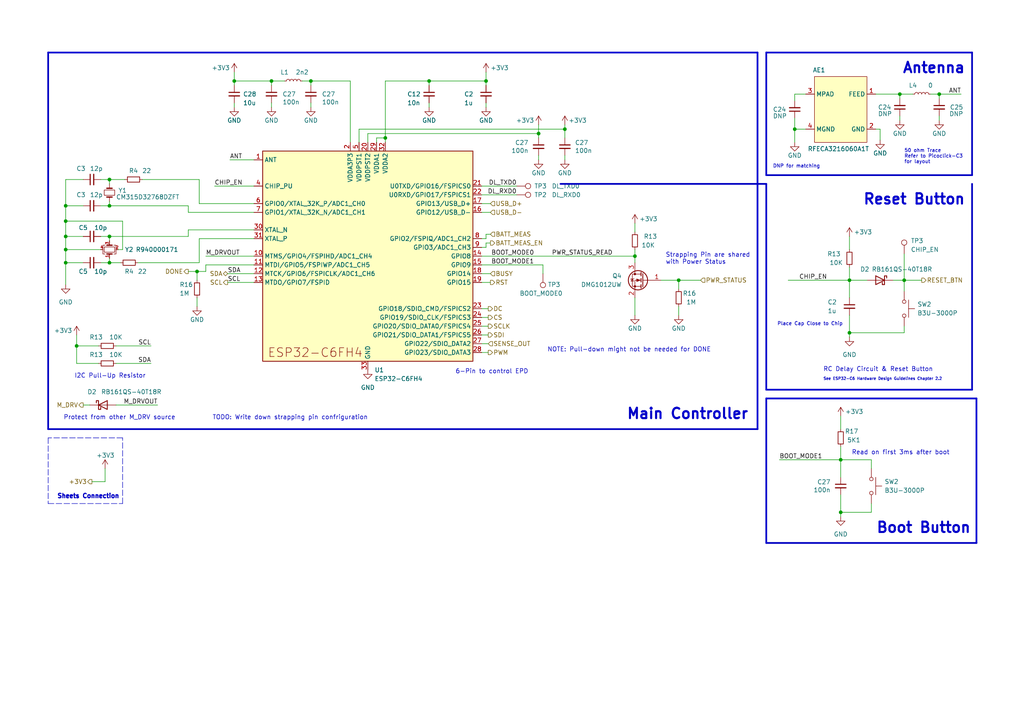
<source format=kicad_sch>
(kicad_sch (version 20230121) (generator eeschema)
  (paper "A4")
  (junction (at 19.05 76.2))
  (junction (at 140.97 23.495))
  (junction (at 90.17 23.495))
  (junction (at 19.05 72.39))
  (junction (at 272.415 27.305))
  (junction (at 262.255 81.28))
  (junction (at 31.75 68.58))
  (junction (at 196.85 81.28))
  (junction (at 19.05 68.58))
  (junction (at 243.84 148.59))
  (junction (at 184.15 74.295))
  (junction (at 22.225 100.33))
  (junction (at 31.75 76.2))
  (junction (at 19.05 64.135))
  (junction (at 111.76 40.005))
  (junction (at 57.15 78.74))
  (junction (at 124.46 23.495))
  (junction (at 163.83 37.465))
  (junction (at 246.38 81.28))
  (junction (at 31.75 52.07))
  (junction (at 156.21 38.735))
  (junction (at 230.505 37.465))
  (junction (at 246.38 96.52))
  (junction (at 243.84 133.35))
  (junction (at 19.05 59.69))
  (junction (at 31.75 59.69))
  (junction (at 78.74 23.495))
  (junction (at 260.985 27.305))
  (junction (at 67.945 23.495))
  (wire (pts (xy 24.13 117.475) (xy 26.035 117.475)))
  (wire (pts (xy 140.97 71.755) (xy 139.7 71.755)))
  (wire (pts (xy 243.84 133.35) (xy 243.84 138.43)))
  (wire (pts (xy 28.575 105.41) (xy 22.225 105.41)))
  (wire (pts (xy 31.75 68.58) (xy 31.75 69.85)))
  (polyline (pts (xy 222.25 53.34) (xy 162.56 53.34)) (stroke (width 0.5)))
  (wire (pts (xy 140.97 70.485) (xy 140.97 71.755)))
  (wire (pts (xy 66.675 46.355) (xy 73.66 46.355)))
  (wire (pts (xy 111.76 40.005) (xy 111.76 41.275)))
  (wire (pts (xy 73.66 69.215) (xy 57.785 69.215)))
  (wire (pts (xy 184.15 86.36) (xy 184.15 91.44)))
  (polyline (pts (xy 281.94 113.03) (xy 222.25 113.03)) (stroke (width 0.5)))
  (wire (pts (xy 140.97 69.215) (xy 139.7 69.215)))
  (wire (pts (xy 30.48 139.7) (xy 26.67 139.7)))
  (wire (pts (xy 139.7 79.375) (xy 142.24 79.375)))
  (polyline (pts (xy 283.21 157.48) (xy 222.25 157.48)) (stroke (width 0.5)))
  (polyline (pts (xy 219.71 124.46) (xy 219.71 15.24)) (stroke (width 0.5)))
  (wire (pts (xy 156.21 36.195) (xy 156.21 38.735)))
  (wire (pts (xy 272.415 33.655) (xy 272.415 34.925)))
  (wire (pts (xy 59.69 76.835) (xy 73.66 76.835)))
  (wire (pts (xy 252.73 148.59) (xy 243.84 148.59)))
  (wire (pts (xy 66.04 81.915) (xy 73.66 81.915)))
  (wire (pts (xy 78.74 29.845) (xy 78.74 31.115)))
  (wire (pts (xy 140.97 70.485) (xy 142.24 70.485)))
  (wire (pts (xy 106.68 41.275) (xy 106.68 38.735)))
  (wire (pts (xy 260.985 27.305) (xy 264.795 27.305)))
  (wire (pts (xy 90.17 23.495) (xy 90.17 24.765)))
  (wire (pts (xy 31.75 68.58) (xy 54.61 68.58)))
  (wire (pts (xy 269.875 27.305) (xy 272.415 27.305)))
  (wire (pts (xy 19.05 59.69) (xy 19.05 64.135)))
  (wire (pts (xy 140.97 23.495) (xy 140.97 24.765)))
  (wire (pts (xy 139.7 76.835) (xy 157.48 76.835)))
  (wire (pts (xy 196.85 81.28) (xy 191.77 81.28)))
  (wire (pts (xy 139.7 89.535) (xy 141.605 89.535)))
  (wire (pts (xy 260.985 28.575) (xy 260.985 27.305)))
  (wire (pts (xy 246.38 81.28) (xy 251.46 81.28)))
  (polyline (pts (xy 13.97 127) (xy 13.97 146.05)) (stroke (width 0) (type dash)))
  (polyline (pts (xy 281.94 15.24) (xy 281.94 50.8)) (stroke (width 0.5)))
  (wire (pts (xy 66.04 79.375) (xy 73.66 79.375)))
  (wire (pts (xy 67.945 20.955) (xy 67.945 23.495)))
  (wire (pts (xy 35.56 64.135) (xy 19.05 64.135)))
  (polyline (pts (xy 222.25 53.34) (xy 222.25 113.03)) (stroke (width 0.5)))
  (wire (pts (xy 230.505 27.305) (xy 230.505 29.21)))
  (polyline (pts (xy 222.25 115.57) (xy 283.21 115.57)) (stroke (width 0.5)))
  (wire (pts (xy 19.05 72.39) (xy 29.21 72.39)))
  (wire (pts (xy 139.7 81.915) (xy 142.24 81.915)))
  (wire (pts (xy 67.945 23.495) (xy 78.74 23.495)))
  (polyline (pts (xy 222.25 15.24) (xy 281.94 15.24)) (stroke (width 0.5)))
  (wire (pts (xy 230.505 37.465) (xy 230.505 41.275)))
  (wire (pts (xy 19.05 52.07) (xy 24.13 52.07)))
  (wire (pts (xy 33.655 105.41) (xy 43.815 105.41)))
  (wire (pts (xy 109.22 41.275) (xy 109.22 40.005)))
  (wire (pts (xy 139.7 102.235) (xy 141.605 102.235)))
  (wire (pts (xy 272.415 27.305) (xy 278.765 27.305)))
  (wire (pts (xy 57.15 78.74) (xy 57.15 81.28)))
  (wire (pts (xy 31.75 58.42) (xy 31.75 59.69)))
  (wire (pts (xy 67.945 23.495) (xy 67.945 24.765)))
  (wire (pts (xy 19.05 68.58) (xy 24.13 68.58)))
  (wire (pts (xy 139.7 94.615) (xy 141.605 94.615)))
  (wire (pts (xy 54.61 78.74) (xy 57.15 78.74)))
  (wire (pts (xy 59.69 74.295) (xy 73.66 74.295)))
  (wire (pts (xy 54.61 61.595) (xy 54.61 59.69)))
  (wire (pts (xy 90.17 29.845) (xy 90.17 31.115)))
  (wire (pts (xy 246.38 96.52) (xy 262.255 96.52)))
  (wire (pts (xy 57.15 78.74) (xy 59.69 78.74)))
  (wire (pts (xy 196.85 81.28) (xy 203.2 81.28)))
  (wire (pts (xy 31.75 76.2) (xy 29.21 76.2)))
  (wire (pts (xy 262.255 73.66) (xy 262.255 81.28)))
  (wire (pts (xy 22.225 100.33) (xy 22.225 97.155)))
  (polyline (pts (xy 281.94 50.8) (xy 222.25 50.8)) (stroke (width 0.5)))
  (wire (pts (xy 254 37.465) (xy 255.27 37.465)))
  (wire (pts (xy 246.38 81.28) (xy 246.38 86.36)))
  (wire (pts (xy 111.76 23.495) (xy 111.76 40.005)))
  (wire (pts (xy 62.23 53.975) (xy 73.66 53.975)))
  (wire (pts (xy 246.38 96.52) (xy 246.38 97.79)))
  (wire (pts (xy 34.29 72.39) (xy 35.56 72.39)))
  (wire (pts (xy 196.85 81.28) (xy 196.85 83.82)))
  (wire (pts (xy 73.66 59.055) (xy 57.785 59.055)))
  (wire (pts (xy 104.14 37.465) (xy 163.83 37.465)))
  (wire (pts (xy 139.7 61.595) (xy 142.24 61.595)))
  (wire (pts (xy 31.75 59.69) (xy 29.21 59.69)))
  (polyline (pts (xy 13.97 15.24) (xy 13.97 124.46)) (stroke (width 0.5)))
  (wire (pts (xy 106.68 38.735) (xy 156.21 38.735)))
  (wire (pts (xy 246.38 81.28) (xy 246.38 77.47)))
  (wire (pts (xy 101.6 23.495) (xy 90.17 23.495)))
  (wire (pts (xy 156.21 45.085) (xy 156.21 46.355)))
  (wire (pts (xy 124.46 23.495) (xy 124.46 24.765)))
  (wire (pts (xy 260.985 33.655) (xy 260.985 34.925)))
  (polyline (pts (xy 35.56 146.05) (xy 35.56 127)) (stroke (width 0) (type dash)))
  (wire (pts (xy 243.84 143.51) (xy 243.84 148.59)))
  (wire (pts (xy 163.83 45.085) (xy 163.83 46.355)))
  (wire (pts (xy 73.66 61.595) (xy 54.61 61.595)))
  (wire (pts (xy 31.75 52.07) (xy 31.75 53.34)))
  (wire (pts (xy 78.74 23.495) (xy 82.55 23.495)))
  (wire (pts (xy 139.7 56.515) (xy 149.86 56.515)))
  (wire (pts (xy 19.05 68.58) (xy 19.05 72.39)))
  (wire (pts (xy 19.05 59.69) (xy 24.13 59.69)))
  (wire (pts (xy 31.75 52.07) (xy 36.195 52.07)))
  (polyline (pts (xy 283.21 115.57) (xy 283.21 157.48)) (stroke (width 0.5)))
  (polyline (pts (xy 222.25 115.57) (xy 222.25 157.48)) (stroke (width 0.5)))
  (wire (pts (xy 30.48 135.89) (xy 30.48 139.7)))
  (wire (pts (xy 163.83 37.465) (xy 163.83 40.005)))
  (wire (pts (xy 140.97 20.955) (xy 140.97 23.495)))
  (wire (pts (xy 67.945 29.845) (xy 67.945 31.115)))
  (wire (pts (xy 272.415 27.305) (xy 272.415 28.575)))
  (wire (pts (xy 262.255 94.615) (xy 262.255 96.52)))
  (wire (pts (xy 40.005 76.2) (xy 57.785 76.2)))
  (wire (pts (xy 111.76 23.495) (xy 124.46 23.495)))
  (wire (pts (xy 104.14 41.275) (xy 104.14 37.465)))
  (wire (pts (xy 33.655 100.33) (xy 43.815 100.33)))
  (wire (pts (xy 246.38 68.58) (xy 246.38 72.39)))
  (wire (pts (xy 230.505 37.465) (xy 230.505 34.29)))
  (polyline (pts (xy 222.25 15.24) (xy 222.25 50.8)) (stroke (width 0.5)))
  (wire (pts (xy 228.6 81.28) (xy 246.38 81.28)))
  (wire (pts (xy 33.655 117.475) (xy 45.72 117.475)))
  (wire (pts (xy 184.15 74.295) (xy 184.15 76.2)))
  (wire (pts (xy 233.68 27.305) (xy 230.505 27.305)))
  (wire (pts (xy 139.7 97.155) (xy 141.605 97.155)))
  (wire (pts (xy 57.15 86.36) (xy 57.15 88.9)))
  (wire (pts (xy 140.97 67.945) (xy 142.24 67.945)))
  (wire (pts (xy 184.15 72.39) (xy 184.15 74.295)))
  (wire (pts (xy 31.75 68.58) (xy 29.21 68.58)))
  (wire (pts (xy 226.06 133.35) (xy 243.84 133.35)))
  (wire (pts (xy 243.84 133.35) (xy 243.84 129.54)))
  (wire (pts (xy 87.63 23.495) (xy 90.17 23.495)))
  (wire (pts (xy 156.21 38.735) (xy 156.21 40.005)))
  (wire (pts (xy 78.74 24.765) (xy 78.74 23.495)))
  (wire (pts (xy 139.7 92.075) (xy 141.605 92.075)))
  (polyline (pts (xy 13.97 124.46) (xy 219.71 124.46)) (stroke (width 0.5)))
  (wire (pts (xy 59.69 78.74) (xy 59.69 76.835)))
  (wire (pts (xy 57.785 69.215) (xy 57.785 76.2)))
  (wire (pts (xy 31.75 59.69) (xy 54.61 59.69)))
  (wire (pts (xy 139.7 99.695) (xy 141.605 99.695)))
  (wire (pts (xy 19.05 52.07) (xy 19.05 59.69)))
  (wire (pts (xy 262.255 81.28) (xy 267.335 81.28)))
  (wire (pts (xy 19.05 72.39) (xy 19.05 76.2)))
  (wire (pts (xy 73.66 66.675) (xy 54.61 66.675)))
  (polyline (pts (xy 281.94 53.34) (xy 281.94 113.03)) (stroke (width 0.5)))
  (wire (pts (xy 140.97 29.845) (xy 140.97 31.115)))
  (wire (pts (xy 22.225 105.41) (xy 22.225 100.33)))
  (wire (pts (xy 41.275 52.07) (xy 57.785 52.07)))
  (wire (pts (xy 252.73 133.35) (xy 252.73 135.89)))
  (wire (pts (xy 109.22 40.005) (xy 111.76 40.005)))
  (wire (pts (xy 139.7 53.975) (xy 149.86 53.975)))
  (wire (pts (xy 35.56 72.39) (xy 35.56 64.135)))
  (wire (pts (xy 252.73 146.05) (xy 252.73 148.59)))
  (wire (pts (xy 260.985 27.305) (xy 254 27.305)))
  (wire (pts (xy 29.21 52.07) (xy 31.75 52.07)))
  (wire (pts (xy 31.75 76.2) (xy 34.925 76.2)))
  (wire (pts (xy 139.7 74.295) (xy 184.15 74.295)))
  (wire (pts (xy 19.05 64.135) (xy 19.05 68.58)))
  (wire (pts (xy 19.05 76.2) (xy 24.13 76.2)))
  (wire (pts (xy 243.84 133.35) (xy 252.73 133.35)))
  (wire (pts (xy 57.785 59.055) (xy 57.785 52.07)))
  (wire (pts (xy 246.38 91.44) (xy 246.38 96.52)))
  (wire (pts (xy 139.7 59.055) (xy 142.24 59.055)))
  (wire (pts (xy 259.08 81.28) (xy 262.255 81.28)))
  (wire (pts (xy 19.05 76.2) (xy 19.05 82.55)))
  (wire (pts (xy 196.85 88.9) (xy 196.85 91.44)))
  (wire (pts (xy 184.15 64.77) (xy 184.15 67.31)))
  (wire (pts (xy 140.97 23.495) (xy 124.46 23.495)))
  (wire (pts (xy 22.225 100.33) (xy 28.575 100.33)))
  (wire (pts (xy 262.255 81.28) (xy 262.255 84.455)))
  (wire (pts (xy 54.61 66.675) (xy 54.61 68.58)))
  (polyline (pts (xy 13.97 146.05) (xy 35.56 146.05)) (stroke (width 0) (type dash)))
  (polyline (pts (xy 35.56 127) (xy 13.97 127)) (stroke (width 0) (type dash)))
  (wire (pts (xy 101.6 23.495) (xy 101.6 41.275)))
  (wire (pts (xy 243.84 148.59) (xy 243.84 149.86)))
  (wire (pts (xy 140.97 67.945) (xy 140.97 69.215)))
  (wire (pts (xy 243.84 120.65) (xy 243.84 124.46)))
  (wire (pts (xy 124.46 29.845) (xy 124.46 31.115)))
  (wire (pts (xy 233.68 37.465) (xy 230.505 37.465)))
  (wire (pts (xy 157.48 76.835) (xy 157.48 79.375)))
  (polyline (pts (xy 219.71 15.24) (xy 13.97 15.24)) (stroke (width 0.5)))
  (wire (pts (xy 255.27 37.465) (xy 255.27 40.64)))
  (wire (pts (xy 31.75 74.93) (xy 31.75 76.2)))
  (wire (pts (xy 163.83 37.465) (xy 163.83 36.195)))
  (text "Place Cap Close to Chip" (at 244.475 94.615 0) (effects (font (size 1 1)) (justify right bottom)))
  (text "TODO: Write down strapping pin confriguration" (at 61.595 121.92 0) (effects (font (size 1.27 1.27)) (justify left bottom)))
  (text "Reset Button" (at 250.19 59.69 0) (effects (font (size 3 3) (thickness 0.6) bold) (justify left bottom)))
  (text "Antenna" (at 261.62 21.59 0) (effects (font (size 3 3) (thickness 0.6) bold) (justify left bottom)))
  (text "DNP for matching" (at 224.155 48.895 0) (effects (font (size 1 1)) (justify left bottom)))
  (text "Main Controller" (at 181.61 121.92 0) (effects (font (size 3 3) (thickness 0.6) bold) (justify left bottom)))
  (text "Sheets Connection" (at 16.51 144.78 0) (effects (font (size 1.27 1.27) (thickness 0.6) bold) (justify left bottom)))
  (text "NOTE: Pull-down might not be needed for DONE" (at 158.75 102.235 0) (effects (font (size 1.27 1.27)) (justify left bottom)))
  (text "50 ohm Trace\nRefer to Picoclick-C3 \nfor layout" (at 262.255 47.625 0) (effects (font (size 1 1)) (justify left bottom)))
  (text "Boot Button" (at 254 154.94 0) (effects (font (size 3 3) (thickness 0.6) bold) (justify left bottom)))
  (text "See ESP32-C6 Hardware Design Guidelines Chapter 2.2" (at 238.76 110.49 0) (effects (font (size 0.8 0.8)) (justify left bottom)))
  (text "6-Pin to control EPD" (at 132.08 108.585 0) (effects (font (size 1.27 1.27)) (justify left bottom)))
  (text "RC Delay Circuit & Reset Button" (at 238.76 107.95 0) (effects (font (size 1.27 1.27)) (justify left bottom)))
  (text "Read on first 3ms after boot" (at 247.015 132.08 0) (effects (font (size 1.27 1.27)) (justify left bottom)))
  (text "I2C Pull-Up Resistor" (at 21.59 109.855 0) (effects (font (size 1.27 1.27)) (justify left bottom)))
  (text "Strapping Pin are shared \nwith Power Status" (at 193.04 76.835 0) (effects (font (size 1.27 1.27)) (justify left bottom)))
  (text "Protect from other M_DRV source" (at 18.415 121.92 0) (effects (font (size 1.27 1.27)) (justify left bottom)))
  (label "CHIP_EN" (at 62.23 53.975 0))
  (label "ANT" (at 278.765 27.305 180))
  (label "M_DRVOUT" (at 59.69 74.295 0))
  (label "ANT" (at 66.675 46.355 0))
  (label "M_DRVOUT" (at 45.72 117.475 180))
  (label "DL_TXD0" (at 149.86 53.975 180))
  (label "BOOT_MODE1" (at 154.94 76.835 180))
  (label "SDA" (at 43.815 105.41 180))
  (label "SCL" (at 43.815 100.33 180))
  (label "DL_RXD0" (at 149.86 56.515 180))
  (label "PWR_STATUS_READ" (at 160.02 74.295 0))
  (label "BOOT_MODE1" (at 226.06 133.35 0))
  (label "SCL" (at 66.04 81.915 0))
  (label "BOOT_MODE0" (at 154.94 74.295 180))
  (label "CHIP_EN" (at 231.775 81.28 0))
  (label "SDA" (at 66.04 79.375 0))
  (hierarchical_label "SDA" (shape bidirectional) (at 66.04 79.375 180))
  (hierarchical_label "BATT_MEAS" (shape input) (at 142.24 67.945 0))
  (hierarchical_label "PWR_STATUS" (shape input) (at 203.2 81.28 0))
  (hierarchical_label "BATT_MEAS_EN" (shape output) (at 142.24 70.485 0))
  (hierarchical_label "USB_D+" (shape input) (at 142.24 59.055 0))
  (hierarchical_label "SCL" (shape output) (at 66.04 81.915 180))
  (hierarchical_label "PWM" (shape output) (at 141.605 102.235 0))
  (hierarchical_label "DC" (shape output) (at 141.605 89.535 0))
  (hierarchical_label "SCLK" (shape output) (at 141.605 94.615 0))
  (hierarchical_label "SENSE_OUT" (shape input) (at 141.605 99.695 0))
  (hierarchical_label "RST" (shape output) (at 142.24 81.915 0))
  (hierarchical_label "USB_D-" (shape input) (at 142.24 61.595 0))
  (hierarchical_label "RESET_BTN" (shape output) (at 267.335 81.28 0))
  (hierarchical_label "CS" (shape output) (at 141.605 92.075 0))
  (hierarchical_label "+3V3" (shape output) (at 26.67 139.7 180))
  (hierarchical_label "SDI" (shape output) (at 141.605 97.155 0))
  (hierarchical_label "DONE" (shape output) (at 54.61 78.74 180))
  (hierarchical_label "BUSY" (shape input) (at 142.24 79.375 0))
  (hierarchical_label "M_DRV" (shape output) (at 24.13 117.475 180))
  (symbol (lib_id "power:+3V3") (at 140.97 20.955 0) (mirror y) (unit 1)
    (property "Reference" "#PWR018" (effects hide))
    (property "Value" "+3V3" (at 142.24 19.685 0) (effects (justify right)))
    (instances (project "plantpal" (path "" (reference "#PWR018") (unit 1)) (path "" (reference "#PWR013") (unit 1))) (project "bwlr1e" (path "" (reference "#PWR0134") (unit 1))))
  )
  (symbol (lib_id "power:GND") (at 272.415 34.925 0) (unit 1)
    (property "Reference" "#PWR053" (effects hide))
    (property "Value" "GND" (at 272.415 38.735 0))
    (instances (project "plantpal" (path "" (reference "#PWR053") (unit 1)) (path "" (reference "#PWR029") (unit 1))) (project "bwlr1e" (path "" (reference "#PWR013") (unit 1))))
  )
  (symbol (lib_id "Device:C_Small") (at 260.985 31.115 180) (unit 1)
    (property "Reference" "C24" (at 254.635 31.115 0) (effects (justify right)))
    (property "Value" "DNP" (at 254.635 33.02 0) (effects (justify right)))
    (property "Footprint" "Capacitor_SMD:C_0402_1005Metric" (effects hide))
    (instances (project "plantpal" (path "" (reference "C24") (unit 1)) (path "" (reference "C15") (unit 1))) (project "bwlr1e" (path "" (reference "C8") (unit 1))))
  )
  (symbol (lib_id "Device:R_Small") (at 196.85 86.36 0) (mirror y) (unit 1)
    (property "Reference" "R16" (at 201.93 85.09 0) (effects (justify left)))
    (property "Value" "1M" (at 201.93 87.63 0) (effects (justify left)))
    (property "Footprint" "Resistor_SMD:R_0402_1005Metric" (effects hide))
    (property "Datasheet" "https://datasheet.lcsc.com/lcsc/2206010030_UNI-ROYAL-Uniroyal-Elec-0402WGF1004TCE_C26083.pdf" (effects hide))
    (property "Part Description" "Resistor 62.5mW ±1% 1MΩ" (effects hide))
    (property "Manufacturer" "UNI-ROYAL(Uniroyal Elec)" (effects hide))
    (property "Manufacturer Part Number" "0402WGF1004TCE" (effects hide))
    (property "Distributor" "LCSC" (effects hide))
    (property "Distributor Part Number" "C26083" (effects hide))
    (property "Distributor Link" "https://www.lcsc.com/product-detail/Chip-Resistor-Surface-Mount_UNI-ROYAL-Uniroyal-Elec-0402WGF1004TCE_C26083.html" (effects hide))
    (instances (project "plantpal" (path "" (reference "R16") (unit 1)) (path "" (reference "R7") (unit 1))) (project "bwlr1e" (path "" (reference "R8") (unit 1))))
  )
  (symbol (lib_id "Device:R_Small") (at 243.84 127 180) (unit 1)
    (property "Reference" "R17" (at 247.015 125.095 0))
    (property "Value" "5K1" (at 247.65 127.635 0))
    (property "Footprint" "Resistor_SMD:R_0402_1005Metric" (effects hide))
    (property "Datasheet" "https://datasheet.lcsc.com/lcsc/2206010045_UNI-ROYAL-Uniroyal-Elec-0402WGF5101TCE_C25905.pdf" (effects hide))
    (property "Part Description" "Resistor 62.5mW ±1% 5.1kΩ" (effects hide))
    (property "Manufacturer" "UNI-ROYAL(Uniroyal Elec)" (effects hide))
    (property "Manufacturer Part Number" "0402WGF5101TCE" (effects hide))
    (property "Distributor" "LCSC" (effects hide))
    (property "Distributor Part Number" "C25905" (effects hide))
    (property "Distributor Link" "https://www.lcsc.com/product-detail/Chip-Resistor-Surface-Mount_UNI-ROYAL-Uniroyal-Elec-0402WGF5101TCE_C25905.html" (effects hide))
    (instances (project "plantpal" (path "" (reference "R17") (unit 1)) (path "" (reference "R10") (unit 1)) (path "" (reference "R8") (unit 1))) (project "bwlr1e-prog" (path "" (reference "R5") (unit 1))) (project "feather_rak3172" (path "" (reference "R3") (unit 1))))
  )
  (symbol (lib_id "power:GND") (at 57.15 88.9 0) (unit 1)
    (property "Reference" "#PWR054" (effects hide))
    (property "Value" "GND" (at 57.15 92.71 0))
    (instances (project "plantpal" (path "" (reference "#PWR054") (unit 1)) (path "" (reference "#PWR015") (unit 1))) (project "bwlr1e" (path "" (reference "#PWR0112") (unit 1))))
  )
  (symbol (lib_id "Device:Crystal_GND24_Small") (at 31.75 72.39 90) (unit 1)
    (property "Reference" "Y2" (at 36.195 72.39 90) (effects (justify right)))
    (property "Value" "R940000171" (at 39.37 72.39 90) (effects (justify right)))
    (property "Footprint" "plantpal:Crystal_SMD_2016-4Pin_2.0x1.6mm" (effects hide))
    (property "Datasheet" "https://datasheet.lcsc.com/lcsc/2201121400_TROQ-R940000171_C2929402.pdf" (effects hide))
    (property "Part Description" "Crystals 40MHz 9pF ±10ppm" (effects hide))
    (property "Manufacturer" "TROQ" (effects hide))
    (property "Manufacturer Part Number" "R940000171" (effects hide))
    (property "Distributor" "LCSC" (effects hide))
    (property "Distributor Part Number" "C2929402" (effects hide))
    (property "Distributor Link" "https://www.lcsc.com/product-detail/Crystals_TROQ-R940000171_C2929402.html" (effects hide))
  )
  (symbol (lib_id "power:+3V3") (at 243.84 120.65 0) (mirror y) (unit 1)
    (property "Reference" "#PWR01" (effects hide))
    (property "Value" "+3V3" (at 245.11 119.38 0) (effects (justify right)))
    (instances (project "plantpal" (path "" (reference "#PWR01") (unit 1)) (path "" (reference "#PWR023") (unit 1))) (project "bwlr1e" (path "" (reference "#PWR0115") (unit 1))))
  )
  (symbol (lib_id "power:GND") (at 106.68 107.315 0) (unit 1)
    (property "Reference" "#PWR015" (effects hide))
    (property "Value" "GND" (at 106.68 112.395 0))
    (instances (project "plantpal" (path "" (reference "#PWR015") (unit 1)) (path "" (reference "#PWR011") (unit 1))) (project "bwlr1e" (path "" (reference "#PWR08") (unit 1))))
  )
  (symbol (lib_id "Device:R_Small") (at 38.735 52.07 270) (unit 1)
    (property "Reference" "R4" (at 38.735 49.53 90))
    (property "Value" "22" (at 42.545 49.53 90))
    (property "Footprint" "Resistor_SMD:R_0402_1005Metric" (effects hide))
    (property "Datasheet" "https://datasheet.lcsc.com/lcsc/2205311900_UNI-ROYAL-Uniroyal-Elec-0402WGF220JTCE_C25092.pdf" (effects hide))
    (property "Part Description" "Resistor 62.5mW ±1% 22Ω" (effects hide))
    (property "Manufacturer" "UNI-ROYAL(Uniroyal Elec)" (effects hide))
    (property "Manufacturer Part Number" "0402WGF220JTCE" (effects hide))
    (property "Distributor" "LCSC" (effects hide))
    (property "Distributor Part Number" "C25092" (effects hide))
    (property "Distributor Link" "https://www.lcsc.com/product-detail/Chip-span-style-background-color-ff0-Resistor-span-Surface-Mount_UNI-ROYAL-Uniroyal-Elec-0402WGF220JTCE_C25092.html" (effects hide))
    (instances (project "plantpal" (path "" (reference "R4") (unit 1)) (path "" (reference "R2") (unit 1))))
  )
  (symbol (lib_id "Device:R_Small") (at 184.15 69.85 0) (unit 1)
    (property "Reference" "R13" (at 186.69 68.58 0) (effects (justify left)))
    (property "Value" "10K" (at 186.055 71.12 0) (effects (justify left)))
    (property "Footprint" "Resistor_SMD:R_0402_1005Metric" (effects hide))
    (property "Datasheet" "https://datasheet.lcsc.com/lcsc/2206010100_UNI-ROYAL-Uniroyal-Elec-0402WGF1002TCE_C25744.pdf" (effects hide))
    (property "Part Description" "Resistors 62.5mW ±1% 10kΩ" (effects hide))
    (property "Manufacturer" "UNI-ROYAL(Uniroyal Elec)" (effects hide))
    (property "Manufacturer Part Number" "0402WGF1002TCE" (effects hide))
    (property "Distributor" "LCSC" (effects hide))
    (property "Distributor Part Number" "C25744" (effects hide))
    (property "Distributor Link" "https://www.lcsc.com/product-detail/Chip-Resistor-Surface-Mount_UNI-ROYAL-Uniroyal-Elec-0402WGF1002TCE_C25744.html" (effects hide))
    (instances (project "plantpal" (path "" (reference "R13") (unit 1)) (path "" (reference "R15") (unit 1)) (path "" (reference "R6") (unit 1))) (project "bwlr3d" (path "" (reference "R6") (unit 1))))
  )
  (symbol (lib_id "power:+3V3") (at 163.83 36.195 0) (unit 1)
    (property "Reference" "#PWR026" (effects hide))
    (property "Value" "+3V3" (at 170.18 34.925 0) (effects (justify right)))
    (instances (project "plantpal" (path "" (reference "#PWR026") (unit 1)) (path "" (reference "#PWR018") (unit 1))) (project "bwlr1e" (path "" (reference "#PWR0134") (unit 1))))
  )
  (symbol (lib_id "Device:C_Small") (at 67.945 27.305 0) (unit 1)
    (property "Reference" "C28" (at 70.485 27.305 0) (effects (justify left)))
    (property "Value" "10u" (at 70.485 29.845 0) (effects (justify left)))
    (property "Footprint" "Capacitor_SMD:C_0603_1608Metric" (effects hide))
    (property "Datasheet" "https://datasheet.lcsc.com/lcsc/2304140030_Samsung-Electro-Mechanics-CL10A106KP8NNNC_C19702.pdf" (effects hide))
    (property "Part Description" "Ceramic Capacitor 10V 10uF X5R ±10% 0603" (effects hide))
    (property "Manufacturer" "Samsung Electro-Mechanics" (effects hide))
    (property "Manufacturer Part Number" "CL10A106KP8NNNC" (effects hide))
    (property "Distributor" "LCSC" (effects hide))
    (property "Distributor Part Number" "C19702" (effects hide))
    (property "Distributor Link" "https://www.lcsc.com/product-detail/Multilayer-Ceramic-Capacitors-MLCC-SMD-SMT_Samsung-Electro-Mechanics-CL10A106KP8NNNC_C19702.html" (effects hide))
    (instances (project "plantpal" (path "" (reference "C28") (unit 1)) (path "" (reference "C20") (unit 1)) (path "" (reference "C5") (unit 1))) (project "bwlr1e-prog" (path "" (reference "C3") (unit 1))) (project "feather_rak3172" (path "" (reference "C6") (unit 1))))
  )
  (symbol (lib_id "Device:C_Small") (at 246.38 88.9 0) (unit 1)
    (property "Reference" "C2" (at 240.03 87.63 0) (effects (justify left)))
    (property "Value" "1u" (at 240.03 90.17 0) (effects (justify left)))
    (property "Footprint" "Capacitor_SMD:C_0402_1005Metric" (effects hide))
    (property "Datasheet" "https://datasheet.lcsc.com/lcsc/2005261833_Murata-Electronics-GRM155Z71A105KE01D_C528974.pdf" (effects hide))
    (property "Part Description" "Ceramic Capacitors 10V 1uF X7R ±10%" (effects hide))
    (property "Manufacturer" "Murata Electronics" (effects hide))
    (property "Manufacturer Part Number" "GRM155Z71A105KE01D" (effects hide))
    (property "Distributor" "LCSC" (effects hide))
    (property "Distributor Part Number" "C528974" (effects hide))
    (property "Distributor Link" "https://www.lcsc.com/product-detail/Multilayer-Ceramic-Capacitors-MLCC-SMD-SMT_Murata-Electronics-GRM155Z71A105KE01D_C528974.html" (effects hide))
    (instances (project "plantpal" (path "" (reference "C2") (unit 1)) (path "" (reference "C14") (unit 1))))
  )
  (symbol (lib_id "power:GND") (at 255.27 40.64 0) (unit 1)
    (property "Reference" "#PWR052" (effects hide))
    (property "Value" "GND" (at 255.27 44.45 0))
    (instances (project "plantpal" (path "" (reference "#PWR052") (unit 1)) (path "" (reference "#PWR025") (unit 1))) (project "bwlr1e" (path "" (reference "#PWR013") (unit 1))))
  )
  (symbol (lib_id "plantpal:RFECA3216060A1T") (at 243.84 29.845 0) (mirror y) (unit 1)
    (property "Reference" "AE1" (at 239.395 20.32 0) (effects (justify left)))
    (property "Value" "RFECA3216060A1T" (at 252.095 43.18 0) (effects (justify left)))
    (property "Footprint" "plantpal:RFECA3216060A1T" (effects hide))
    (property "Datasheet" "http://www.passivecomponent.com/wp-content/uploads/2018/10/ASC_RFECA3216060A1T_V09.pdf" (effects hide))
    (property "Part Description" "Chip RF Antenna 2.4GHz  2dBi" (effects hide))
    (property "Manufacturer" "Walsin Technology Corporation" (effects hide))
    (property "Manufacturer Part Number" "RFECA3216060A1T" (effects hide))
    (property "Distributor" "Digikey" (effects hide))
    (property "Distributor Part Number" "1292-1035-1-ND" (effects hide))
    (property "Distributor Link" "https://www.digikey.com/en/products/detail/walsin-technology-corporation/RFECA3216060A1T/3877063" (effects hide))
  )
  (symbol (lib_id "power:GND") (at 196.85 91.44 0) (mirror y) (unit 1)
    (property "Reference" "#PWR035" (effects hide))
    (property "Value" "GND" (at 196.85 95.25 0))
    (instances (project "plantpal" (path "" (reference "#PWR035") (unit 1)) (path "" (reference "#PWR022") (unit 1))) (project "bwlr1e" (path "" (reference "#PWR0112") (unit 1))))
  )
  (symbol (lib_id "Device:R_Small") (at 246.38 74.93 0) (mirror y) (unit 1)
    (property "Reference" "R13" (at 243.84 73.66 0) (effects (justify left)))
    (property "Value" "10K" (at 244.475 76.2 0) (effects (justify left)))
    (property "Footprint" "Resistor_SMD:R_0402_1005Metric" (effects hide))
    (property "Datasheet" "https://datasheet.lcsc.com/lcsc/2206010100_UNI-ROYAL-Uniroyal-Elec-0402WGF1002TCE_C25744.pdf" (effects hide))
    (property "Part Description" "Resistors 62.5mW ±1% 10kΩ" (effects hide))
    (property "Manufacturer" "UNI-ROYAL(Uniroyal Elec)" (effects hide))
    (property "Manufacturer Part Number" "0402WGF1002TCE" (effects hide))
    (property "Distributor" "LCSC" (effects hide))
    (property "Distributor Part Number" "C25744" (effects hide))
    (property "Distributor Link" "https://www.lcsc.com/product-detail/Chip-Resistor-Surface-Mount_UNI-ROYAL-Uniroyal-Elec-0402WGF1002TCE_C25744.html" (effects hide))
    (instances (project "plantpal" (path "" (reference "R13") (unit 1)) (path "" (reference "R15") (unit 1)) (path "" (reference "R9") (unit 1))) (project "bwlr3d" (path "" (reference "R6") (unit 1))))
  )
  (symbol (lib_id "Device:C_Small") (at 26.67 76.2 90) (mirror x) (unit 1)
    (property "Reference" "C5" (at 24.13 78.74 90))
    (property "Value" "10p" (at 29.21 78.74 90))
    (property "Footprint" "Capacitor_SMD:C_0402_1005Metric" (effects hide))
    (property "Datasheet" "https://datasheet.lcsc.com/lcsc/1811081522_Murata-Electronics-GRM1555C1H100FA01D_C161520.pdf" (effects hide))
    (property "Part Description" "Ceramic Capacitors 50V 10pF C0G ±1%" (effects hide))
    (property "Manufacturer" "Murata Electronics" (effects hide))
    (property "Manufacturer Part Number" "GRM1555C1H100FA01D" (effects hide))
    (property "Distributor" "LCSC" (effects hide))
    (property "Distributor Part Number" "C161520" (effects hide))
    (property "Distributor Link" "https://www.lcsc.com/product-detail/Multilayer-Ceramic-Capacitors-MLCC-SMD-SMT_Murata-Electronics-GRM1555C1H100FA01D_C161520.html" (effects hide))
    (instances (project "plantpal" (path "" (reference "C5") (unit 1)) (path "" (reference "C4") (unit 1))))
  )
  (symbol (lib_id "Device:C_Small") (at 90.17 27.305 0) (unit 1)
    (property "Reference" "C27" (at 93.345 27.305 0) (effects (justify left)))
    (property "Value" "100n" (at 93.345 29.6164 0) (effects (justify left)))
    (property "Footprint" "Capacitor_SMD:C_0402_1005Metric" (effects hide))
    (property "Datasheet" "https://datasheet.lcsc.com/lcsc/2304140030_Samsung-Electro-Mechanics-CL05B104KO5NNNC_C1525.pdf" (effects hide))
    (property "Part Description" "Ceramic Capacitor 16V 100nF X7R ±10%" (effects hide))
    (property "Manufacturer" "Samsung Electro-Mechanics" (effects hide))
    (property "Manufacturer Part Number" "CL05B104KO5NNNC" (effects hide))
    (property "Distributor" "LCSC" (effects hide))
    (property "Distributor Part Number" "C1525" (effects hide))
    (property "Distributor Link" "https://www.lcsc.com/product-detail/Multilayer-Ceramic-Capacitors-MLCC-SMD-SMT_Samsung-Electro-Mechanics-CL05B104KO5NNNC_C1525.html" (effects hide))
    (instances (project "plantpal" (path "" (reference "C27") (unit 1)) (path "" (reference "C19") (unit 1)) (path "" (reference "C7") (unit 1))) (project "bwlr1e-prog" (path "" (reference "C5") (unit 1))) (project "Penguino-STM32WL-LoRa-E5" (path "" (reference "C4") (unit 1))))
  )
  (symbol (lib_id "Device:L_Small") (at 85.09 23.495 90) (unit 1)
    (property "Reference" "L1" (at 82.55 20.955 90))
    (property "Value" "2n2" (at 87.63 20.955 90))
    (property "Footprint" "Inductor_SMD:L_0402_1005Metric" (effects hide))
    (property "Datasheet" "https://datasheet.lcsc.com/lcsc/2304140030_Murata-Electronics-LQW15AN2N2G80D_C412264.pdf" (effects hide))
    (property "Part Description" "Power Inductors 2.53A 2.2nH ±2%" (effects hide))
    (property "Manufacturer" "Murata Electronics" (effects hide))
    (property "Manufacturer Part Number" "LQW15AN2N2G80D" (effects hide))
    (property "Distributor" "LCSC" (effects hide))
    (property "Distributor Part Number" "C412264" (effects hide))
    (property "Distributor Link" "https://www.lcsc.com/product-detail/Power-Inductors_Murata-Electronics-LQW15AN2N2G80D_C412264.html" (effects hide))
    (instances (project "plantpal" (path "" (reference "L1") (unit 1)) (path "" (reference "L1") (unit 1))) (project "bwlr1e" (path "" (reference "L3") (unit 1))))
  )
  (symbol (lib_id "Diode:MBR0540") (at 29.845 117.475 0) (unit 1)
    (property "Reference" "D2" (at 26.67 113.665 0))
    (property "Value" "RB161QS-40T18R" (at 38.1 113.665 0))
    (property "Footprint" "Diode_SMD:D_0402_1005Metric" (effects hide))
    (property "Datasheet" "https://datasheet.lcsc.com/lcsc/2202131930_ROHM-Semicon-RB161QS-40T18R_C2837790.pdf" (effects hide))
    (property "Part Description" "SBD 40V Single 600mV@1A 1A" (effects hide))
    (property "Manufacturer" "ROHM Semicon" (effects hide))
    (property "Manufacturer Part Number" "RB161QS-40T18R" (effects hide))
    (property "Distributor" "LCSC" (effects hide))
    (property "Distributor Part Number" "C2837790" (effects hide))
    (property "Distributor Link" "https://www.lcsc.com/product-detail/Schottky-Barrier-Diodes-SBD_ROHM-Semicon-RB161QS-40T18R_C2837790.html" (effects hide))
    (instances (project "plantpal" (path "" (reference "D2") (unit 1)) (path "" (reference "D2") (unit 1)) (path "" (reference "D7") (unit 1))) (project "feather_rak3172" (path "" (reference "D3") (unit 1))))
  )
  (symbol (lib_id "power:GND") (at 19.05 82.55 0) (unit 1)
    (property "Reference" "#PWR07" (effects hide))
    (property "Value" "GND" (at 19.05 87.63 0))
    (instances (project "plantpal" (path "" (reference "#PWR07") (unit 1)) (path "" (reference "#PWR04") (unit 1))) (project "bwlr1e" (path "" (reference "#PWR08") (unit 1))))
  )
  (symbol (lib_id "power:GND") (at 78.74 31.115 0) (unit 1)
    (property "Reference" "#PWR011" (effects hide))
    (property "Value" "GND" (at 78.74 34.925 0))
    (instances (project "plantpal" (path "" (reference "#PWR011") (unit 1)) (path "" (reference "#PWR09") (unit 1))) (project "bwlr1e" (path "" (reference "#PWR013") (unit 1))))
  )
  (symbol (lib_id "Device:Crystal_Small") (at 31.75 55.88 90) (unit 1)
    (property "Reference" "Y1" (at 34.29 55.245 90) (effects (justify right)))
    (property "Value" "CM315D32768DZFT" (at 33.655 57.15 90) (effects (justify right)))
    (property "Footprint" "plantpal:Crystal_SMD_3215-2Pin_3.2x1.5mm" (effects hide))
    (property "Datasheet" "https://datasheet.lcsc.com/lcsc/1810161213_CITIZEN-CM315D32768DZFT_C182057.pdf" (effects hide))
    (property "Part Description" "Crystals 32.768kHz 12.5pF ±20ppm" (effects hide))
    (property "Manufacturer" "CITIZEN" (effects hide))
    (property "Manufacturer Part Number" "CM315D32768DZFT" (effects hide))
    (property "Distributor" "LCSC" (effects hide))
    (property "Distributor Part Number" "C182057" (effects hide))
    (property "Distributor Link" "https://www.lcsc.com/product-detail/Crystals_CITIZEN-CM315D32768DZFT_C182057.html" (effects hide))
  )
  (symbol (lib_id "Device:C_Small") (at 78.74 27.305 0) (unit 1)
    (property "Reference" "C27" (at 81.915 27.305 0) (effects (justify left)))
    (property "Value" "100n" (at 81.915 29.6164 0) (effects (justify left)))
    (property "Footprint" "Capacitor_SMD:C_0402_1005Metric" (effects hide))
    (property "Datasheet" "https://datasheet.lcsc.com/lcsc/2304140030_Samsung-Electro-Mechanics-CL05B104KO5NNNC_C1525.pdf" (effects hide))
    (property "Part Description" "Ceramic Capacitor 16V 100nF X7R ±10%" (effects hide))
    (property "Manufacturer" "Samsung Electro-Mechanics" (effects hide))
    (property "Manufacturer Part Number" "CL05B104KO5NNNC" (effects hide))
    (property "Distributor" "LCSC" (effects hide))
    (property "Distributor Part Number" "C1525" (effects hide))
    (property "Distributor Link" "https://www.lcsc.com/product-detail/Multilayer-Ceramic-Capacitors-MLCC-SMD-SMT_Samsung-Electro-Mechanics-CL05B104KO5NNNC_C1525.html" (effects hide))
    (instances (project "plantpal" (path "" (reference "C27") (unit 1)) (path "" (reference "C19") (unit 1)) (path "" (reference "C6") (unit 1))) (project "bwlr1e-prog" (path "" (reference "C5") (unit 1))) (project "Penguino-STM32WL-LoRa-E5" (path "" (reference "C4") (unit 1))))
  )
  (symbol (lib_id "Device:C_Small") (at 243.84 140.97 0) (mirror y) (unit 1)
    (property "Reference" "C27" (at 240.919 139.8016 0) (effects (justify left)))
    (property "Value" "100n" (at 240.919 142.113 0) (effects (justify left)))
    (property "Footprint" "Capacitor_SMD:C_0402_1005Metric" (effects hide))
    (property "Datasheet" "https://datasheet.lcsc.com/lcsc/2304140030_Samsung-Electro-Mechanics-CL05B104KO5NNNC_C1525.pdf" (effects hide))
    (property "Part Description" "Ceramic Capacitor 16V 100nF X7R ±10%" (effects hide))
    (property "Manufacturer" "Samsung Electro-Mechanics" (effects hide))
    (property "Manufacturer Part Number" "CL05B104KO5NNNC" (effects hide))
    (property "Distributor" "LCSC" (effects hide))
    (property "Distributor Part Number" "C1525" (effects hide))
    (property "Distributor Link" "https://www.lcsc.com/product-detail/Multilayer-Ceramic-Capacitors-MLCC-SMD-SMT_Samsung-Electro-Mechanics-CL05B104KO5NNNC_C1525.html" (effects hide))
    (instances (project "plantpal" (path "" (reference "C27") (unit 1)) (path "" (reference "C19") (unit 1)) (path "" (reference "C13") (unit 1))) (project "bwlr1e-prog" (path "" (reference "C5") (unit 1))) (project "Penguino-STM32WL-LoRa-E5" (path "" (reference "C4") (unit 1))))
  )
  (symbol (lib_id "power:+3V3") (at 67.945 20.955 0) (unit 1)
    (property "Reference" "#PWR08" (effects hide))
    (property "Value" "+3V3" (at 66.675 19.685 0) (effects (justify right)))
    (instances (project "plantpal" (path "" (reference "#PWR08") (unit 1)) (path "" (reference "#PWR07") (unit 1))) (project "bwlr1e" (path "" (reference "#PWR0134") (unit 1))))
  )
  (symbol (lib_id "Switch:SW_Push") (at 262.255 89.535 270) (unit 1)
    (property "Reference" "SW2" (at 266.065 88.265 90) (effects (justify left)))
    (property "Value" "B3U-3000P" (at 266.065 90.805 90) (effects (justify left)))
    (property "Footprint" "plantpal:SW_SPST_B3U-3000P" (effects hide))
    (property "Datasheet" "https://datasheet.lcsc.com/lcsc/2012042009_Omron-Electronics-B3U-3000P_C963349.pdf" (effects hide))
    (property "Part Description" "Tactile Switches NO 50mA 100MΩ 12V 1.59N" (effects hide))
    (property "Manufacturer" "Omron Electronics" (effects hide))
    (property "Manufacturer Part Number" "B3U-3000P" (effects hide))
    (property "Distributor" "LCSC" (effects hide))
    (property "Distributor Part Number" "C963349" (effects hide))
    (property "Distributor Link" "https://www.lcsc.com/product-detail/Tactile-Switches_Omron-Electronics-B3U-3000P_C963349.html" (effects hide))
  )
  (symbol (lib_id "Device:R_Small") (at 31.115 105.41 90) (unit 1)
    (property "Reference" "R13" (at 29.845 102.87 90) (effects (justify left)))
    (property "Value" "10K" (at 35.56 102.87 90) (effects (justify left)))
    (property "Footprint" "Resistor_SMD:R_0402_1005Metric" (effects hide))
    (property "Datasheet" "https://datasheet.lcsc.com/lcsc/2206010100_UNI-ROYAL-Uniroyal-Elec-0402WGF1002TCE_C25744.pdf" (effects hide))
    (property "Part Description" "Resistors 62.5mW ±1% 10kΩ" (effects hide))
    (property "Manufacturer" "UNI-ROYAL(Uniroyal Elec)" (effects hide))
    (property "Manufacturer Part Number" "0402WGF1002TCE" (effects hide))
    (property "Distributor" "LCSC" (effects hide))
    (property "Distributor Part Number" "C25744" (effects hide))
    (property "Distributor Link" "https://www.lcsc.com/product-detail/Chip-Resistor-Surface-Mount_UNI-ROYAL-Uniroyal-Elec-0402WGF1002TCE_C25744.html" (effects hide))
    (instances (project "plantpal" (path "" (reference "R13") (unit 1)) (path "" (reference "R15") (unit 1)) (path "" (reference "R4") (unit 1))) (project "bwlr3d" (path "" (reference "R6") (unit 1))))
  )
  (symbol (lib_name "GND_1") (lib_id "power:GND") (at 243.84 149.86 0) (unit 1)
    (property "Reference" "#PWR02" (effects hide))
    (property "Value" "GND" (at 243.84 154.94 0))
    (instances (project "plantpal" (path "" (reference "#PWR02") (unit 1)) (path "" (reference "#PWR024") (unit 1))))
  )
  (symbol (lib_id "Device:C_Small") (at 26.67 68.58 90) (unit 1)
    (property "Reference" "C5" (at 24.13 66.04 90))
    (property "Value" "10p" (at 29.21 66.04 90))
    (property "Footprint" "Capacitor_SMD:C_0402_1005Metric" (effects hide))
    (property "Datasheet" "https://datasheet.lcsc.com/lcsc/1811081522_Murata-Electronics-GRM1555C1H100FA01D_C161520.pdf" (effects hide))
    (property "Part Description" "Ceramic Capacitors 50V 10pF C0G ±1%" (effects hide))
    (property "Manufacturer" "Murata Electronics" (effects hide))
    (property "Manufacturer Part Number" "GRM1555C1H100FA01D" (effects hide))
    (property "Distributor" "LCSC" (effects hide))
    (property "Distributor Part Number" "C161520" (effects hide))
    (property "Distributor Link" "https://www.lcsc.com/product-detail/Multilayer-Ceramic-Capacitors-MLCC-SMD-SMT_Murata-Electronics-GRM1555C1H100FA01D_C161520.html" (effects hide))
    (instances (project "plantpal" (path "" (reference "C5") (unit 1)) (path "" (reference "C3") (unit 1))))
  )
  (symbol (lib_id "Device:R_Small") (at 37.465 76.2 270) (mirror x) (unit 1)
    (property "Reference" "R4" (at 37.465 78.74 90))
    (property "Value" "22" (at 41.275 78.74 90))
    (property "Footprint" "Resistor_SMD:R_0402_1005Metric" (effects hide))
    (property "Datasheet" "https://datasheet.lcsc.com/lcsc/2205311900_UNI-ROYAL-Uniroyal-Elec-0402WGF220JTCE_C25092.pdf" (effects hide))
    (property "Part Description" "Resistor 62.5mW ±1% 22Ω" (effects hide))
    (property "Manufacturer" "UNI-ROYAL(Uniroyal Elec)" (effects hide))
    (property "Manufacturer Part Number" "0402WGF220JTCE" (effects hide))
    (property "Distributor" "LCSC" (effects hide))
    (property "Distributor Part Number" "C25092" (effects hide))
    (property "Distributor Link" "https://www.lcsc.com/product-detail/Chip-span-style-background-color-ff0-Resistor-span-Surface-Mount_UNI-ROYAL-Uniroyal-Elec-0402WGF220JTCE_C25092.html" (effects hide))
    (instances (project "plantpal" (path "" (reference "R4") (unit 1)) (path "" (reference "R1") (unit 1))))
  )
  (symbol (lib_id "power:GND") (at 124.46 31.115 0) (mirror y) (unit 1)
    (property "Reference" "#PWR017" (effects hide))
    (property "Value" "GND" (at 124.46 34.925 0))
    (instances (project "plantpal" (path "" (reference "#PWR017") (unit 1)) (path "" (reference "#PWR012") (unit 1))) (project "bwlr1e" (path "" (reference "#PWR013") (unit 1))))
  )
  (symbol (lib_id "power:GND") (at 260.985 34.925 0) (unit 1)
    (property "Reference" "#PWR052" (effects hide))
    (property "Value" "GND" (at 260.985 38.735 0))
    (instances (project "plantpal" (path "" (reference "#PWR052") (unit 1)) (path "" (reference "#PWR028") (unit 1))) (project "bwlr1e" (path "" (reference "#PWR013") (unit 1))))
  )
  (symbol (lib_id "Device:C_Small") (at 140.97 27.305 0) (unit 1)
    (property "Reference" "C2" (at 134.62 27.305 0) (effects (justify left)))
    (property "Value" "1u" (at 134.62 29.845 0) (effects (justify left)))
    (property "Footprint" "Capacitor_SMD:C_0402_1005Metric" (effects hide))
    (property "Datasheet" "https://datasheet.lcsc.com/lcsc/2005261833_Murata-Electronics-GRM155Z71A105KE01D_C528974.pdf" (effects hide))
    (property "Part Description" "Ceramic Capacitors 10V 1uF X7R ±10%" (effects hide))
    (property "Manufacturer" "Murata Electronics" (effects hide))
    (property "Manufacturer Part Number" "GRM155Z71A105KE01D" (effects hide))
    (property "Distributor" "LCSC" (effects hide))
    (property "Distributor Part Number" "C528974" (effects hide))
    (property "Distributor Link" "https://www.lcsc.com/product-detail/Multilayer-Ceramic-Capacitors-MLCC-SMD-SMT_Murata-Electronics-GRM155Z71A105KE01D_C528974.html" (effects hide))
    (instances (project "plantpal" (path "" (reference "C2") (unit 1)) (path "" (reference "C9") (unit 1))))
  )
  (symbol (lib_id "power:GND") (at 184.15 91.44 0) (mirror y) (unit 1)
    (property "Reference" "#PWR030" (effects hide))
    (property "Value" "GND" (at 184.15 95.25 0))
    (instances (project "plantpal" (path "" (reference "#PWR030") (unit 1)) (path "" (reference "#PWR021") (unit 1))) (project "bwlr1e" (path "" (reference "#PWR0113") (unit 1))))
  )
  (symbol (lib_id "Connector:TestPoint") (at 149.86 56.515 270) (unit 1)
    (property "Reference" "TP2" (at 154.94 56.515 90) (effects (justify left)))
    (property "Value" "DL_RXD0" (at 160.02 56.515 90) (effects (justify left)))
    (property "Footprint" "TestPoint:TestPoint_Pad_D1.0mm" (effects hide))
  )
  (symbol (lib_id "Device:C_Small") (at 124.46 27.305 0) (mirror y) (unit 1)
    (property "Reference" "C12" (at 118.11 27.305 0) (effects (justify right)))
    (property "Value" "10n" (at 118.11 29.845 0) (effects (justify right)))
    (property "Footprint" "Capacitor_SMD:C_0402_1005Metric" (effects hide))
    (property "Datasheet" "https://datasheet.lcsc.com/lcsc/1811141241_YAGEO-CC0402KRX7R7BB103_C327009.pdf" (effects hide))
    (property "Part Description" "Ceramic Capacitors 16V 10nF X7R ±10%" (effects hide))
    (property "Manufacturer" "YAGEO" (effects hide))
    (property "Manufacturer Part Number" "CC0402KRX7R7BB103" (effects hide))
    (property "Distributor" "LCSC" (effects hide))
    (property "Distributor Part Number" "C327009" (effects hide))
    (property "Distributor Link" "https://www.lcsc.com/product-detail/Multilayer-Ceramic-Capacitors-MLCC-SMD-SMT_YAGEO-CC0402KRX7R7BB103_C327009.html" (effects hide))
    (instances (project "plantpal" (path "" (reference "C12") (unit 1)) (path "" (reference "C8") (unit 1))) (project "bwlr1e" (path "" (reference "C8") (unit 1))))
  )
  (symbol (lib_id "Device:R_Small") (at 57.15 83.82 0) (unit 1)
    (property "Reference" "R16" (at 52.07 82.55 0) (effects (justify left)))
    (property "Value" "1M" (at 52.07 85.09 0) (effects (justify left)))
    (property "Footprint" "Resistor_SMD:R_0402_1005Metric" (effects hide))
    (property "Datasheet" "https://datasheet.lcsc.com/lcsc/2206010030_UNI-ROYAL-Uniroyal-Elec-0402WGF1004TCE_C26083.pdf" (effects hide))
    (property "Part Description" "Resistor 62.5mW ±1% 1MΩ" (effects hide))
    (property "Manufacturer" "UNI-ROYAL(Uniroyal Elec)" (effects hide))
    (property "Manufacturer Part Number" "0402WGF1004TCE" (effects hide))
    (property "Distributor" "LCSC" (effects hide))
    (property "Distributor Part Number" "C26083" (effects hide))
    (property "Distributor Link" "https://www.lcsc.com/product-detail/Chip-Resistor-Surface-Mount_UNI-ROYAL-Uniroyal-Elec-0402WGF1004TCE_C26083.html" (effects hide))
    (instances (project "plantpal" (path "" (reference "R16") (unit 1)) (path "" (reference "R5") (unit 1))) (project "bwlr1e" (path "" (reference "R8") (unit 1))))
  )
  (symbol (lib_id "power:GND") (at 67.945 31.115 0) (unit 1)
    (property "Reference" "#PWR09" (effects hide))
    (property "Value" "GND" (at 67.945 34.925 0))
    (instances (project "plantpal" (path "" (reference "#PWR09") (unit 1)) (path "" (reference "#PWR08") (unit 1))) (project "bwlr1e" (path "" (reference "#PWR013") (unit 1))))
  )
  (symbol (lib_id "Espressif:ESP32-C6FH4") (at 106.68 74.295 0) (unit 1)
    (property "Reference" "U1" (at 108.6359 107.315 0) (effects (justify left)))
    (property "Value" "ESP32-C6FH4" (at 108.6359 109.855 0) (effects (justify left)))
    (property "Footprint" "Package_DFN_QFN:QFN-32-1EP_5x5mm_P0.5mm_EP3.6x3.6mm" (effects hide))
    (property "Datasheet" "https://www.espressif.com/sites/default/files/documentation/esp32-c6_datasheet_en.pdf" (effects hide))
    (property "Part Description" "Wireless SOC Bluetooth, WiFi Bluetooth v5.0, Thread, Zigbee® 2.4" (effects hide))
    (property "Manufacturer" "Espressif Systems" (effects hide))
    (property "Manufacturer Part Number" "ESP32-C6FH4" (effects hide))
    (property "Distributor" "Digikey" (effects hide))
    (property "Distributor Part Number" "1904-ESP32-C6FH4CT-ND" (effects hide))
    (property "Distributor Link" "https://www.digikey.com/en/products/detail/espressif-systems/ESP32-C6FH4/18587545" (effects hide))
  )
  (symbol (lib_id "Device:C_Small") (at 163.83 42.545 0) (unit 1)
    (property "Reference" "C27" (at 166.751 41.3766 0) (effects (justify left)))
    (property "Value" "100n" (at 166.751 43.688 0) (effects (justify left)))
    (property "Footprint" "Capacitor_SMD:C_0402_1005Metric" (effects hide))
    (property "Datasheet" "https://datasheet.lcsc.com/lcsc/2304140030_Samsung-Electro-Mechanics-CL05B104KO5NNNC_C1525.pdf" (effects hide))
    (property "Part Description" "Ceramic Capacitor 16V 100nF X7R ±10%" (effects hide))
    (property "Manufacturer" "Samsung Electro-Mechanics" (effects hide))
    (property "Manufacturer Part Number" "CL05B104KO5NNNC" (effects hide))
    (property "Distributor" "LCSC" (effects hide))
    (property "Distributor Part Number" "C1525" (effects hide))
    (property "Distributor Link" "https://www.lcsc.com/product-detail/Multilayer-Ceramic-Capacitors-MLCC-SMD-SMT_Samsung-Electro-Mechanics-CL05B104KO5NNNC_C1525.html" (effects hide))
    (instances (project "plantpal" (path "" (reference "C27") (unit 1)) (path "" (reference "C19") (unit 1)) (path "" (reference "C11") (unit 1))) (project "bwlr1e-prog" (path "" (reference "C5") (unit 1))) (project "Penguino-STM32WL-LoRa-E5" (path "" (reference "C4") (unit 1))))
  )
  (symbol (lib_id "Device:C_Small") (at 26.67 59.69 90) (unit 1)
    (property "Reference" "C3" (at 23.495 56.515 90))
    (property "Value" "12p" (at 27.94 56.515 90))
    (property "Footprint" "Capacitor_SMD:C_0402_1005Metric" (effects hide))
    (property "Datasheet" "https://datasheet.lcsc.com/lcsc/2304140030_Murata-Electronics-GCM1555C1H120FA16D_C393682.pdf" (effects hide))
    (property "Part Description" "Ceramic Capacitors 50V 12pF C0G ±1%" (effects hide))
    (property "Manufacturer" "Murata Electronics" (effects hide))
    (property "Manufacturer Part Number" "GCM1555C1H120FA16D" (effects hide))
    (property "Distributor" "LCSC" (effects hide))
    (property "Distributor Part Number" "C393682" (effects hide))
    (property "Distributor Link" "https://www.lcsc.com/product-detail/Multilayer-Ceramic-Capacitors-MLCC-SMD-SMT_Murata-Electronics-GCM1555C1H120FA16D_C393682.html" (effects hide))
    (instances (project "plantpal" (path "" (reference "C3") (unit 1)) (path "" (reference "C2") (unit 1))))
  )
  (symbol (lib_id "power:+3V3") (at 30.48 135.89 0) (mirror y) (unit 1)
    (property "Reference" "#PWR049" (effects hide))
    (property "Value" "+3V3" (at 27.94 132.08 0) (effects (justify right)))
    (instances (project "plantpal" (path "" (reference "#PWR049") (unit 1)) (path "" (reference "#PWR086") (unit 1)) (path "" (reference "#PWR091") (unit 1)) (path "" (reference "#PWR05") (unit 1))) (project "bwlr1e" (path "" (reference "#PWR0134") (unit 1))))
  )
  (symbol (lib_id "Connector:TestPoint") (at 157.48 79.375 180) (unit 1)
    (property "Reference" "TP3" (at 162.56 82.55 0) (effects (justify left)))
    (property "Value" "BOOT_MODE0" (at 163.195 85.09 0) (effects (justify left)))
    (property "Footprint" "TestPoint:TestPoint_Pad_D1.0mm" (effects hide))
    (instances (project "plantpal" (path "" (reference "TP3") (unit 1)) (path "" (reference "TP7") (unit 1))))
  )
  (symbol (lib_id "power:GND") (at 163.83 46.355 0) (unit 1)
    (property "Reference" "#PWR027" (effects hide))
    (property "Value" "GND" (at 163.83 50.165 0))
    (instances (project "plantpal" (path "" (reference "#PWR027") (unit 1)) (path "" (reference "#PWR019") (unit 1))) (project "bwlr1e" (path "" (reference "#PWR013") (unit 1))))
  )
  (symbol (lib_id "Diode:MBR0540") (at 255.27 81.28 0) (mirror y) (unit 1)
    (property "Reference" "D2" (at 250.825 78.105 0))
    (property "Value" "RB161QS-40T18R" (at 261.62 78.105 0))
    (property "Footprint" "Diode_SMD:D_0402_1005Metric" (effects hide))
    (property "Datasheet" "https://datasheet.lcsc.com/lcsc/2202131930_ROHM-Semicon-RB161QS-40T18R_C2837790.pdf" (effects hide))
    (property "Part Description" "SBD 40V Single 600mV@1A 1A" (effects hide))
    (property "Manufacturer" "ROHM Semicon" (effects hide))
    (property "Manufacturer Part Number" "RB161QS-40T18R" (effects hide))
    (property "Distributor" "LCSC" (effects hide))
    (property "Distributor Part Number" "C2837790" (effects hide))
    (property "Distributor Link" "https://www.lcsc.com/product-detail/Schottky-Barrier-Diodes-SBD_ROHM-Semicon-RB161QS-40T18R_C2837790.html" (effects hide))
    (instances (project "plantpal" (path "" (reference "D2") (unit 1)) (path "" (reference "D2") (unit 1)) (path "" (reference "D8") (unit 1))) (project "feather_rak3172" (path "" (reference "D3") (unit 1))))
  )
  (symbol (lib_id "Connector:TestPoint") (at 262.255 73.66 0) (unit 1)
    (property "Reference" "TP3" (at 264.16 69.85 0) (effects (justify left)))
    (property "Value" "CHIP_EN" (at 264.16 72.39 0) (effects (justify left)))
    (property "Footprint" "TestPoint:TestPoint_Pad_D1.0mm" (effects hide))
    (instances (project "plantpal" (path "" (reference "TP3") (unit 1)) (path "" (reference "TP9") (unit 1))))
  )
  (symbol (lib_id "Device:C_Small") (at 156.21 42.545 0) (mirror y) (unit 1)
    (property "Reference" "C27" (at 153.289 41.3766 0) (effects (justify left)))
    (property "Value" "100n" (at 153.289 43.688 0) (effects (justify left)))
    (property "Footprint" "Capacitor_SMD:C_0402_1005Metric" (effects hide))
    (property "Datasheet" "https://datasheet.lcsc.com/lcsc/2304140030_Samsung-Electro-Mechanics-CL05B104KO5NNNC_C1525.pdf" (effects hide))
    (property "Part Description" "Ceramic Capacitor 16V 100nF X7R ±10%" (effects hide))
    (property "Manufacturer" "Samsung Electro-Mechanics" (effects hide))
    (property "Manufacturer Part Number" "CL05B104KO5NNNC" (effects hide))
    (property "Distributor" "LCSC" (effects hide))
    (property "Distributor Part Number" "C1525" (effects hide))
    (property "Distributor Link" "https://www.lcsc.com/product-detail/Multilayer-Ceramic-Capacitors-MLCC-SMD-SMT_Samsung-Electro-Mechanics-CL05B104KO5NNNC_C1525.html" (effects hide))
    (instances (project "plantpal" (path "" (reference "C27") (unit 1)) (path "" (reference "C19") (unit 1)) (path "" (reference "C10") (unit 1))) (project "bwlr1e-prog" (path "" (reference "C5") (unit 1))) (project "Penguino-STM32WL-LoRa-E5" (path "" (reference "C4") (unit 1))))
  )
  (symbol (lib_id "power:+3V3") (at 184.15 64.77 0) (mirror y) (unit 1)
    (property "Reference" "#PWR029" (effects hide))
    (property "Value" "+3V3" (at 185.42 63.5 0) (effects (justify right)))
    (instances (project "plantpal" (path "" (reference "#PWR029") (unit 1)) (path "" (reference "#PWR020") (unit 1))) (project "bwlr1e" (path "" (reference "#PWR0115") (unit 1))))
  )
  (symbol (lib_id "power:GND") (at 140.97 31.115 0) (mirror y) (unit 1)
    (property "Reference" "#PWR019" (effects hide))
    (property "Value" "GND" (at 140.97 34.925 0))
    (instances (project "plantpal" (path "" (reference "#PWR019") (unit 1)) (path "" (reference "#PWR014") (unit 1))) (project "bwlr1e" (path "" (reference "#PWR013") (unit 1))))
  )
  (symbol (lib_id "Device:Q_NMOS_GSD") (at 186.69 81.28 0) (mirror y) (unit 1)
    (property "Reference" "Q4" (at 180.34 80.0099 0) (effects (justify left)))
    (property "Value" "DMG1012UW" (at 180.34 82.5499 0) (effects (justify left)))
    (property "Footprint" "Package_TO_SOT_SMD:SOT-323_SC-70" (effects hide))
    (property "Datasheet" "https://datasheet.lcsc.com/lcsc/1806090918_Diodes-Incorporated-DMG1012UW-7_C156390.pdf" (effects hide))
    (property "Part Description" "MOSFET N Channel 20V 1A 450mΩ@4.5V,600mA 290mW " (effects hide))
    (property "Manufacturer" "Diodes Incorporated" (effects hide))
    (property "Manufacturer Part Number" "DMG1012UW-7" (effects hide))
    (property "Distributor" "LCSC" (effects hide))
    (property "Distributor Part Number" "C156390" (effects hide))
    (property "Distributor Link" "https://www.lcsc.com/product-detail/MOSFETs_Diodes-Incorporated-DMG1012UW-7_C156390.html" (effects hide))
    (instances (project "plantpal" (path "" (reference "Q4") (unit 1)) (path "" (reference "Q1") (unit 1))) (project "bwlr1e" (path "" (reference "Q2") (unit 1))))
  )
  (symbol (lib_id "Device:L_Small") (at 267.335 27.305 90) (unit 1)
    (property "Reference" "L4" (at 264.795 24.765 90))
    (property "Value" "0" (at 269.875 24.765 90))
    (property "Footprint" "Inductor_SMD:L_0402_1005Metric" (effects hide))
    (property "Datasheet" "https://datasheet.lcsc.com/lcsc/2206010216_UNI-ROYAL-Uniroyal-Elec-0402WGF0000TCE_C17168.pdf" (effects hide))
    (property "Part Description" "Resistor 62.5mW ±1% 0Ω" (effects hide))
    (property "Manufacturer" "UNI-ROYAL(Uniroyal Elec)" (effects hide))
    (property "Manufacturer Part Number" "0402WGF0000TCE" (effects hide))
    (property "Distributor" "LCSC" (effects hide))
    (property "Distributor Part Number" "C17168" (effects hide))
    (property "Distributor Link" "https://www.lcsc.com/product-detail/Chip-Resistor-Surface-Mount_UNI-ROYAL-Uniroyal-Elec-0402WGF0000TCE_C17168.html" (effects hide))
    (instances (project "plantpal" (path "" (reference "L4") (unit 1)) (path "" (reference "L2") (unit 1))) (project "bwlr1e" (path "" (reference "L3") (unit 1))))
  )
  (symbol (lib_id "power:GND") (at 90.17 31.115 0) (unit 1)
    (property "Reference" "#PWR013" (effects hide))
    (property "Value" "GND" (at 90.17 34.925 0))
    (instances (project "plantpal" (path "" (reference "#PWR013") (unit 1)) (path "" (reference "#PWR010") (unit 1))) (project "bwlr1e" (path "" (reference "#PWR013") (unit 1))))
  )
  (symbol (lib_id "power:GND") (at 230.505 41.275 0) (unit 1)
    (property "Reference" "#PWR052" (effects hide))
    (property "Value" "GND" (at 230.505 45.085 0))
    (instances (project "plantpal" (path "" (reference "#PWR052") (unit 1)) (path "" (reference "#PWR0102") (unit 1))) (project "bwlr1e" (path "" (reference "#PWR013") (unit 1))))
  )
  (symbol (lib_id "power:+3V3") (at 22.225 97.155 0) (unit 1)
    (property "Reference" "#PWR018" (effects hide))
    (property "Value" "+3V3" (at 20.955 95.885 0) (effects (justify right)))
    (instances (project "plantpal" (path "" (reference "#PWR018") (unit 1)) (path "" (reference "#PWR06") (unit 1))) (project "bwlr1e" (path "" (reference "#PWR0134") (unit 1))))
  )
  (symbol (lib_id "power:GND") (at 156.21 46.355 0) (unit 1)
    (property "Reference" "#PWR023" (effects hide))
    (property "Value" "GND" (at 156.21 50.165 0))
    (instances (project "plantpal" (path "" (reference "#PWR023") (unit 1)) (path "" (reference "#PWR017") (unit 1))) (project "bwlr1e" (path "" (reference "#PWR013") (unit 1))))
  )
  (symbol (lib_name "GND_1") (lib_id "power:GND") (at 246.38 97.79 0) (unit 1)
    (property "Reference" "#PWR04" (effects hide))
    (property "Value" "GND" (at 246.38 102.87 0))
    (instances (project "plantpal" (path "" (reference "#PWR04") (unit 1)) (path "" (reference "#PWR027") (unit 1))))
  )
  (symbol (lib_id "Device:R_Small") (at 31.115 100.33 90) (unit 1)
    (property "Reference" "R13" (at 29.845 97.79 90) (effects (justify left)))
    (property "Value" "10K" (at 35.56 97.79 90) (effects (justify left)))
    (property "Footprint" "Resistor_SMD:R_0402_1005Metric" (effects hide))
    (property "Datasheet" "https://datasheet.lcsc.com/lcsc/2206010100_UNI-ROYAL-Uniroyal-Elec-0402WGF1002TCE_C25744.pdf" (effects hide))
    (property "Part Description" "Resistors 62.5mW ±1% 10kΩ" (effects hide))
    (property "Manufacturer" "UNI-ROYAL(Uniroyal Elec)" (effects hide))
    (property "Manufacturer Part Number" "0402WGF1002TCE" (effects hide))
    (property "Distributor" "LCSC" (effects hide))
    (property "Distributor Part Number" "C25744" (effects hide))
    (property "Distributor Link" "https://www.lcsc.com/product-detail/Chip-Resistor-Surface-Mount_UNI-ROYAL-Uniroyal-Elec-0402WGF1002TCE_C25744.html" (effects hide))
    (instances (project "plantpal" (path "" (reference "R13") (unit 1)) (path "" (reference "R15") (unit 1)) (path "" (reference "R3") (unit 1))) (project "bwlr3d" (path "" (reference "R6") (unit 1))))
  )
  (symbol (lib_id "power:+3V3") (at 156.21 36.195 0) (unit 1)
    (property "Reference" "#PWR022" (effects hide))
    (property "Value" "+3V3" (at 154.94 34.925 0) (effects (justify right)))
    (instances (project "plantpal" (path "" (reference "#PWR022") (unit 1)) (path "" (reference "#PWR016") (unit 1))) (project "bwlr1e" (path "" (reference "#PWR0134") (unit 1))))
  )
  (symbol (lib_id "Device:C_Small") (at 26.67 52.07 90) (unit 1)
    (property "Reference" "C3" (at 23.495 48.895 90))
    (property "Value" "12p" (at 27.94 48.895 90))
    (property "Footprint" "Capacitor_SMD:C_0402_1005Metric" (effects hide))
    (property "Datasheet" "https://datasheet.lcsc.com/lcsc/2304140030_Murata-Electronics-GCM1555C1H120FA16D_C393682.pdf" (effects hide))
    (property "Part Description" "Ceramic Capacitors 50V 12pF C0G ±1%" (effects hide))
    (property "Manufacturer" "Murata Electronics" (effects hide))
    (property "Manufacturer Part Number" "GCM1555C1H120FA16D" (effects hide))
    (property "Distributor" "LCSC" (effects hide))
    (property "Distributor Part Number" "C393682" (effects hide))
    (property "Distributor Link" "https://www.lcsc.com/product-detail/Multilayer-Ceramic-Capacitors-MLCC-SMD-SMT_Murata-Electronics-GCM1555C1H120FA16D_C393682.html" (effects hide))
    (instances (project "plantpal" (path "" (reference "C3") (unit 1)) (path "" (reference "C1") (unit 1))))
  )
  (symbol (lib_id "Device:C_Small") (at 230.505 31.75 180) (unit 1)
    (property "Reference" "C24" (at 224.155 31.75 0) (effects (justify right)))
    (property "Value" "DNP" (at 224.155 33.655 0) (effects (justify right)))
    (property "Footprint" "Capacitor_SMD:C_0402_1005Metric" (effects hide))
    (instances (project "plantpal" (path "" (reference "C24") (unit 1)) (path "" (reference "C12") (unit 1))) (project "bwlr1e" (path "" (reference "C8") (unit 1))))
  )
  (symbol (lib_id "Switch:SW_Push") (at 252.73 140.97 270) (unit 1)
    (property "Reference" "SW2" (at 256.54 139.7 90) (effects (justify left)))
    (property "Value" "B3U-3000P" (at 256.54 142.24 90) (effects (justify left)))
    (property "Footprint" "plantpal:SW_SPST_B3U-3000P" (effects hide))
    (property "Datasheet" "https://datasheet.lcsc.com/lcsc/2012042009_Omron-Electronics-B3U-3000P_C963349.pdf" (effects hide))
    (property "Part Description" "Tactile Switches NO 50mA 100MΩ 12V 1.59N" (effects hide))
    (property "Manufacturer" "Omron Electronics" (effects hide))
    (property "Manufacturer Part Number" "B3U-3000P" (effects hide))
    (property "Distributor" "LCSC" (effects hide))
    (property "Distributor Part Number" "C963349" (effects hide))
    (property "Distributor Link" "https://www.lcsc.com/product-detail/Tactile-Switches_Omron-Electronics-B3U-3000P_C963349.html" (effects hide))
    (instances (project "plantpal" (path "" (reference "SW2") (unit 1)) (path "" (reference "SW1") (unit 1))))
  )
  (symbol (lib_id "Connector:TestPoint") (at 149.86 53.975 270) (unit 1)
    (property "Reference" "TP3" (at 154.94 53.975 90) (effects (justify left)))
    (property "Value" "DL_TXD0" (at 160.02 53.975 90) (effects (justify left)))
    (property "Footprint" "TestPoint:TestPoint_Pad_D1.0mm" (effects hide))
    (instances (project "plantpal" (path "" (reference "TP3") (unit 1)) (path "" (reference "TP1") (unit 1))))
  )
  (symbol (lib_id "Device:C_Small") (at 272.415 31.115 0) (unit 1)
    (property "Reference" "C25" (at 279.4 31.115 0) (effects (justify right)))
    (property "Value" "DNP" (at 279.4 33.02 0) (effects (justify right)))
    (property "Footprint" "Capacitor_SMD:C_0402_1005Metric" (effects hide))
    (instances (project "plantpal" (path "" (reference "C25") (unit 1)) (path "" (reference "C16") (unit 1))) (project "bwlr1e" (path "" (reference "C8") (unit 1))))
  )
  (symbol (lib_id "power:+3V3") (at 246.38 68.58 0) (mirror y) (unit 1)
    (property "Reference" "#PWR03" (effects hide))
    (property "Value" "+3V3" (at 247.65 67.31 0) (effects (justify right)))
    (instances (project "plantpal" (path "" (reference "#PWR03") (unit 1)) (path "" (reference "#PWR026") (unit 1))) (project "bwlr1e" (path "" (reference "#PWR0115") (unit 1))))
  )
)
</source>
